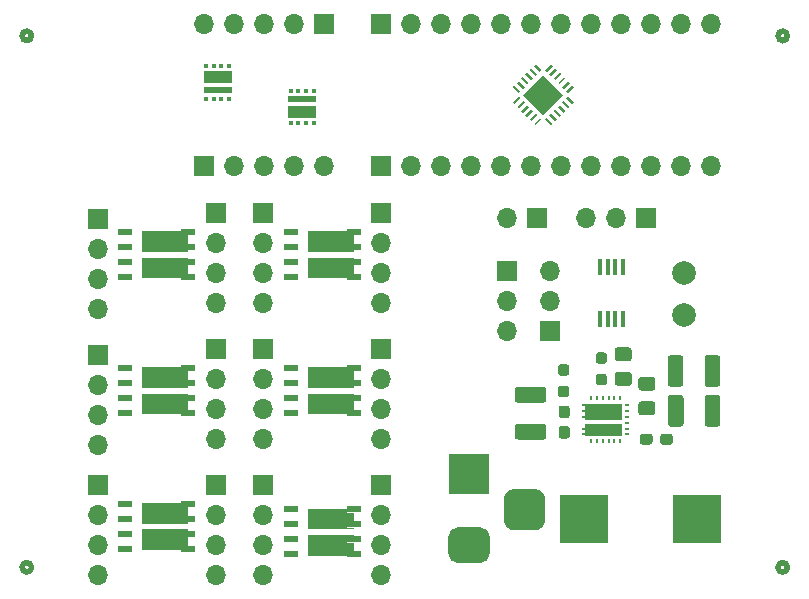
<source format=gts>
G04 #@! TF.GenerationSoftware,KiCad,Pcbnew,(5.1.6-0-10_14)*
G04 #@! TF.CreationDate,2021-10-07T11:44:50+09:00*
G04 #@! TF.ProjectId,peltier,70656c74-6965-4722-9e6b-696361645f70,rev?*
G04 #@! TF.SameCoordinates,Original*
G04 #@! TF.FileFunction,Soldermask,Top*
G04 #@! TF.FilePolarity,Negative*
%FSLAX46Y46*%
G04 Gerber Fmt 4.6, Leading zero omitted, Abs format (unit mm)*
G04 Created by KiCad (PCBNEW (5.1.6-0-10_14)) date 2021-10-07 11:44:50*
%MOMM*%
%LPD*%
G01*
G04 APERTURE LIST*
%ADD10C,0.475000*%
%ADD11C,0.100000*%
%ADD12R,0.250000X0.450000*%
%ADD13R,0.450000X0.250000*%
%ADD14O,1.700000X1.700000*%
%ADD15R,1.700000X1.700000*%
%ADD16R,0.450000X1.450000*%
%ADD17R,0.400000X1.450000*%
%ADD18R,3.500000X3.500000*%
%ADD19C,2.000000*%
%ADD20R,4.100000X4.100000*%
%ADD21R,1.270000X0.609600*%
%ADD22R,0.450000X0.450000*%
%ADD23R,2.450000X1.036000*%
%ADD24R,2.450000X0.562000*%
G04 APERTURE END LIST*
D10*
X188900000Y-66500000D02*
G75*
G03*
X188900000Y-66500000I-400000J0D01*
G01*
X188900000Y-21500000D02*
G75*
G03*
X188900000Y-21500000I-400000J0D01*
G01*
X124900000Y-66500000D02*
G75*
G03*
X124900000Y-66500000I-400000J0D01*
G01*
X124900000Y-21500000D02*
G75*
G03*
X124900000Y-21500000I-400000J0D01*
G01*
D11*
G36*
X171780000Y-55340000D02*
G01*
X171780000Y-54390000D01*
X174880000Y-54390000D01*
X174880000Y-55340000D01*
X171780000Y-55340000D01*
G37*
G36*
X171780000Y-54010000D02*
G01*
X171780000Y-52670000D01*
X174880000Y-52670000D01*
X174880000Y-54010000D01*
X171780000Y-54010000D01*
G37*
G36*
X152090800Y-62560200D02*
G01*
X151532000Y-62560200D01*
X151532000Y-63169800D01*
X152090800Y-63169800D01*
X152090800Y-63207900D01*
X148280800Y-63207900D01*
X148280800Y-61556900D01*
X151532000Y-61556900D01*
X151532000Y-61899800D01*
X152090800Y-61899800D01*
X152090800Y-62560200D01*
G37*
X152090800Y-62560200D02*
X151532000Y-62560200D01*
X151532000Y-63169800D01*
X152090800Y-63169800D01*
X152090800Y-63207900D01*
X148280800Y-63207900D01*
X148280800Y-61556900D01*
X151532000Y-61556900D01*
X151532000Y-61899800D01*
X152090800Y-61899800D01*
X152090800Y-62560200D01*
G36*
X152090800Y-64439800D02*
G01*
X151532000Y-64439800D01*
X151532000Y-63830200D01*
X152090800Y-63830200D01*
X152090800Y-63792100D01*
X148280800Y-63792100D01*
X148280800Y-65443100D01*
X151532000Y-65443100D01*
X151532000Y-65100200D01*
X152090800Y-65100200D01*
X152090800Y-64439800D01*
G37*
X152090800Y-64439800D02*
X151532000Y-64439800D01*
X151532000Y-63830200D01*
X152090800Y-63830200D01*
X152090800Y-63792100D01*
X148280800Y-63792100D01*
X148280800Y-65443100D01*
X151532000Y-65443100D01*
X151532000Y-65100200D01*
X152090800Y-65100200D01*
X152090800Y-64439800D01*
G36*
X138090800Y-63939800D02*
G01*
X137532000Y-63939800D01*
X137532000Y-63330200D01*
X138090800Y-63330200D01*
X138090800Y-63292100D01*
X134280800Y-63292100D01*
X134280800Y-64943100D01*
X137532000Y-64943100D01*
X137532000Y-64600200D01*
X138090800Y-64600200D01*
X138090800Y-63939800D01*
G37*
X138090800Y-63939800D02*
X137532000Y-63939800D01*
X137532000Y-63330200D01*
X138090800Y-63330200D01*
X138090800Y-63292100D01*
X134280800Y-63292100D01*
X134280800Y-64943100D01*
X137532000Y-64943100D01*
X137532000Y-64600200D01*
X138090800Y-64600200D01*
X138090800Y-63939800D01*
G36*
X138090800Y-62060200D02*
G01*
X137532000Y-62060200D01*
X137532000Y-62669800D01*
X138090800Y-62669800D01*
X138090800Y-62707900D01*
X134280800Y-62707900D01*
X134280800Y-61056900D01*
X137532000Y-61056900D01*
X137532000Y-61399800D01*
X138090800Y-61399800D01*
X138090800Y-62060200D01*
G37*
X138090800Y-62060200D02*
X137532000Y-62060200D01*
X137532000Y-62669800D01*
X138090800Y-62669800D01*
X138090800Y-62707900D01*
X134280800Y-62707900D01*
X134280800Y-61056900D01*
X137532000Y-61056900D01*
X137532000Y-61399800D01*
X138090800Y-61399800D01*
X138090800Y-62060200D01*
G36*
X152090800Y-50560200D02*
G01*
X151532000Y-50560200D01*
X151532000Y-51169800D01*
X152090800Y-51169800D01*
X152090800Y-51207900D01*
X148280800Y-51207900D01*
X148280800Y-49556900D01*
X151532000Y-49556900D01*
X151532000Y-49899800D01*
X152090800Y-49899800D01*
X152090800Y-50560200D01*
G37*
X152090800Y-50560200D02*
X151532000Y-50560200D01*
X151532000Y-51169800D01*
X152090800Y-51169800D01*
X152090800Y-51207900D01*
X148280800Y-51207900D01*
X148280800Y-49556900D01*
X151532000Y-49556900D01*
X151532000Y-49899800D01*
X152090800Y-49899800D01*
X152090800Y-50560200D01*
G36*
X152090800Y-52439800D02*
G01*
X151532000Y-52439800D01*
X151532000Y-51830200D01*
X152090800Y-51830200D01*
X152090800Y-51792100D01*
X148280800Y-51792100D01*
X148280800Y-53443100D01*
X151532000Y-53443100D01*
X151532000Y-53100200D01*
X152090800Y-53100200D01*
X152090800Y-52439800D01*
G37*
X152090800Y-52439800D02*
X151532000Y-52439800D01*
X151532000Y-51830200D01*
X152090800Y-51830200D01*
X152090800Y-51792100D01*
X148280800Y-51792100D01*
X148280800Y-53443100D01*
X151532000Y-53443100D01*
X151532000Y-53100200D01*
X152090800Y-53100200D01*
X152090800Y-52439800D01*
G36*
X152090800Y-40939800D02*
G01*
X151532000Y-40939800D01*
X151532000Y-40330200D01*
X152090800Y-40330200D01*
X152090800Y-40292100D01*
X148280800Y-40292100D01*
X148280800Y-41943100D01*
X151532000Y-41943100D01*
X151532000Y-41600200D01*
X152090800Y-41600200D01*
X152090800Y-40939800D01*
G37*
X152090800Y-40939800D02*
X151532000Y-40939800D01*
X151532000Y-40330200D01*
X152090800Y-40330200D01*
X152090800Y-40292100D01*
X148280800Y-40292100D01*
X148280800Y-41943100D01*
X151532000Y-41943100D01*
X151532000Y-41600200D01*
X152090800Y-41600200D01*
X152090800Y-40939800D01*
G36*
X152090800Y-39060200D02*
G01*
X151532000Y-39060200D01*
X151532000Y-39669800D01*
X152090800Y-39669800D01*
X152090800Y-39707900D01*
X148280800Y-39707900D01*
X148280800Y-38056900D01*
X151532000Y-38056900D01*
X151532000Y-38399800D01*
X152090800Y-38399800D01*
X152090800Y-39060200D01*
G37*
X152090800Y-39060200D02*
X151532000Y-39060200D01*
X151532000Y-39669800D01*
X152090800Y-39669800D01*
X152090800Y-39707900D01*
X148280800Y-39707900D01*
X148280800Y-38056900D01*
X151532000Y-38056900D01*
X151532000Y-38399800D01*
X152090800Y-38399800D01*
X152090800Y-39060200D01*
G36*
X169925051Y-26475954D02*
G01*
X168227995Y-28173010D01*
X166530939Y-26475954D01*
X168227995Y-24778898D01*
X169925051Y-26475954D01*
G37*
G36*
X138090800Y-39060200D02*
G01*
X137532000Y-39060200D01*
X137532000Y-39669800D01*
X138090800Y-39669800D01*
X138090800Y-39707900D01*
X134280800Y-39707900D01*
X134280800Y-38056900D01*
X137532000Y-38056900D01*
X137532000Y-38399800D01*
X138090800Y-38399800D01*
X138090800Y-39060200D01*
G37*
X138090800Y-39060200D02*
X137532000Y-39060200D01*
X137532000Y-39669800D01*
X138090800Y-39669800D01*
X138090800Y-39707900D01*
X134280800Y-39707900D01*
X134280800Y-38056900D01*
X137532000Y-38056900D01*
X137532000Y-38399800D01*
X138090800Y-38399800D01*
X138090800Y-39060200D01*
G36*
X138090800Y-40939800D02*
G01*
X137532000Y-40939800D01*
X137532000Y-40330200D01*
X138090800Y-40330200D01*
X138090800Y-40292100D01*
X134280800Y-40292100D01*
X134280800Y-41943100D01*
X137532000Y-41943100D01*
X137532000Y-41600200D01*
X138090800Y-41600200D01*
X138090800Y-40939800D01*
G37*
X138090800Y-40939800D02*
X137532000Y-40939800D01*
X137532000Y-40330200D01*
X138090800Y-40330200D01*
X138090800Y-40292100D01*
X134280800Y-40292100D01*
X134280800Y-41943100D01*
X137532000Y-41943100D01*
X137532000Y-41600200D01*
X138090800Y-41600200D01*
X138090800Y-40939800D01*
G36*
X138090800Y-52439800D02*
G01*
X137532000Y-52439800D01*
X137532000Y-51830200D01*
X138090800Y-51830200D01*
X138090800Y-51792100D01*
X134280800Y-51792100D01*
X134280800Y-53443100D01*
X137532000Y-53443100D01*
X137532000Y-53100200D01*
X138090800Y-53100200D01*
X138090800Y-52439800D01*
G37*
X138090800Y-52439800D02*
X137532000Y-52439800D01*
X137532000Y-51830200D01*
X138090800Y-51830200D01*
X138090800Y-51792100D01*
X134280800Y-51792100D01*
X134280800Y-53443100D01*
X137532000Y-53443100D01*
X137532000Y-53100200D01*
X138090800Y-53100200D01*
X138090800Y-52439800D01*
G36*
X138090800Y-50560200D02*
G01*
X137532000Y-50560200D01*
X137532000Y-51169800D01*
X138090800Y-51169800D01*
X138090800Y-51207900D01*
X134280800Y-51207900D01*
X134280800Y-49556900D01*
X137532000Y-49556900D01*
X137532000Y-49899800D01*
X138090800Y-49899800D01*
X138090800Y-50560200D01*
G37*
X138090800Y-50560200D02*
X137532000Y-50560200D01*
X137532000Y-51169800D01*
X138090800Y-51169800D01*
X138090800Y-51207900D01*
X134280800Y-51207900D01*
X134280800Y-49556900D01*
X137532000Y-49556900D01*
X137532000Y-49899800D01*
X138090800Y-49899800D01*
X138090800Y-50560200D01*
D12*
X174750000Y-52180000D03*
X174250000Y-52180000D03*
X173750000Y-52180000D03*
X173250000Y-52180000D03*
X172750000Y-52180000D03*
X172250000Y-52180000D03*
D13*
X171680000Y-52750000D03*
X171680000Y-53250000D03*
X171680000Y-53750000D03*
X171680000Y-54750000D03*
X171680000Y-55250000D03*
D12*
X172250000Y-55820000D03*
X172750000Y-55820000D03*
X173250000Y-55820000D03*
X173750000Y-55820000D03*
X174250000Y-55820000D03*
X174750000Y-55820000D03*
D13*
X175320000Y-55250000D03*
X175320000Y-54750000D03*
X175320000Y-54250000D03*
X175320000Y-53750000D03*
X175320000Y-53250000D03*
X175320000Y-52750000D03*
G36*
G01*
X177475000Y-53625000D02*
X176525000Y-53625000D01*
G75*
G02*
X176275000Y-53375000I0J250000D01*
G01*
X176275000Y-52700000D01*
G75*
G02*
X176525000Y-52450000I250000J0D01*
G01*
X177475000Y-52450000D01*
G75*
G02*
X177725000Y-52700000I0J-250000D01*
G01*
X177725000Y-53375000D01*
G75*
G02*
X177475000Y-53625000I-250000J0D01*
G01*
G37*
G36*
G01*
X177475000Y-51550000D02*
X176525000Y-51550000D01*
G75*
G02*
X176275000Y-51300000I0J250000D01*
G01*
X176275000Y-50625000D01*
G75*
G02*
X176525000Y-50375000I250000J0D01*
G01*
X177475000Y-50375000D01*
G75*
G02*
X177725000Y-50625000I0J-250000D01*
G01*
X177725000Y-51300000D01*
G75*
G02*
X177475000Y-51550000I-250000J0D01*
G01*
G37*
G36*
G01*
X175475000Y-51125000D02*
X174525000Y-51125000D01*
G75*
G02*
X174275000Y-50875000I0J250000D01*
G01*
X174275000Y-50200000D01*
G75*
G02*
X174525000Y-49950000I250000J0D01*
G01*
X175475000Y-49950000D01*
G75*
G02*
X175725000Y-50200000I0J-250000D01*
G01*
X175725000Y-50875000D01*
G75*
G02*
X175475000Y-51125000I-250000J0D01*
G01*
G37*
G36*
G01*
X175475000Y-49050000D02*
X174525000Y-49050000D01*
G75*
G02*
X174275000Y-48800000I0J250000D01*
G01*
X174275000Y-48125000D01*
G75*
G02*
X174525000Y-47875000I250000J0D01*
G01*
X175475000Y-47875000D01*
G75*
G02*
X175725000Y-48125000I0J-250000D01*
G01*
X175725000Y-48800000D01*
G75*
G02*
X175475000Y-49050000I-250000J0D01*
G01*
G37*
G36*
G01*
X177475000Y-55412500D02*
X177475000Y-55887500D01*
G75*
G02*
X177237500Y-56125000I-237500J0D01*
G01*
X176637500Y-56125000D01*
G75*
G02*
X176400000Y-55887500I0J237500D01*
G01*
X176400000Y-55412500D01*
G75*
G02*
X176637500Y-55175000I237500J0D01*
G01*
X177237500Y-55175000D01*
G75*
G02*
X177475000Y-55412500I0J-237500D01*
G01*
G37*
G36*
G01*
X179200000Y-55412500D02*
X179200000Y-55887500D01*
G75*
G02*
X178962500Y-56125000I-237500J0D01*
G01*
X178362500Y-56125000D01*
G75*
G02*
X178125000Y-55887500I0J237500D01*
G01*
X178125000Y-55412500D01*
G75*
G02*
X178362500Y-55175000I237500J0D01*
G01*
X178962500Y-55175000D01*
G75*
G02*
X179200000Y-55412500I0J-237500D01*
G01*
G37*
G36*
G01*
X169762500Y-52800000D02*
X170237500Y-52800000D01*
G75*
G02*
X170475000Y-53037500I0J-237500D01*
G01*
X170475000Y-53637500D01*
G75*
G02*
X170237500Y-53875000I-237500J0D01*
G01*
X169762500Y-53875000D01*
G75*
G02*
X169525000Y-53637500I0J237500D01*
G01*
X169525000Y-53037500D01*
G75*
G02*
X169762500Y-52800000I237500J0D01*
G01*
G37*
G36*
G01*
X169762500Y-54525000D02*
X170237500Y-54525000D01*
G75*
G02*
X170475000Y-54762500I0J-237500D01*
G01*
X170475000Y-55362500D01*
G75*
G02*
X170237500Y-55600000I-237500J0D01*
G01*
X169762500Y-55600000D01*
G75*
G02*
X169525000Y-55362500I0J237500D01*
G01*
X169525000Y-54762500D01*
G75*
G02*
X169762500Y-54525000I237500J0D01*
G01*
G37*
D14*
X165135000Y-36950000D03*
D15*
X167675000Y-36950000D03*
D14*
X168800000Y-41420000D03*
X168800000Y-43960000D03*
D15*
X168800000Y-46500000D03*
X165150000Y-41450000D03*
D14*
X165150000Y-43990000D03*
X165150000Y-46530000D03*
X171870000Y-36950000D03*
X174410000Y-36950000D03*
D15*
X176950000Y-36950000D03*
G36*
G01*
X170187500Y-52100000D02*
X169712500Y-52100000D01*
G75*
G02*
X169475000Y-51862500I0J237500D01*
G01*
X169475000Y-51362500D01*
G75*
G02*
X169712500Y-51125000I237500J0D01*
G01*
X170187500Y-51125000D01*
G75*
G02*
X170425000Y-51362500I0J-237500D01*
G01*
X170425000Y-51862500D01*
G75*
G02*
X170187500Y-52100000I-237500J0D01*
G01*
G37*
G36*
G01*
X170187500Y-50275000D02*
X169712500Y-50275000D01*
G75*
G02*
X169475000Y-50037500I0J237500D01*
G01*
X169475000Y-49537500D01*
G75*
G02*
X169712500Y-49300000I237500J0D01*
G01*
X170187500Y-49300000D01*
G75*
G02*
X170425000Y-49537500I0J-237500D01*
G01*
X170425000Y-50037500D01*
G75*
G02*
X170187500Y-50275000I-237500J0D01*
G01*
G37*
G36*
G01*
X173387500Y-49275000D02*
X172912500Y-49275000D01*
G75*
G02*
X172675000Y-49037500I0J237500D01*
G01*
X172675000Y-48537500D01*
G75*
G02*
X172912500Y-48300000I237500J0D01*
G01*
X173387500Y-48300000D01*
G75*
G02*
X173625000Y-48537500I0J-237500D01*
G01*
X173625000Y-49037500D01*
G75*
G02*
X173387500Y-49275000I-237500J0D01*
G01*
G37*
G36*
G01*
X173387500Y-51100000D02*
X172912500Y-51100000D01*
G75*
G02*
X172675000Y-50862500I0J237500D01*
G01*
X172675000Y-50362500D01*
G75*
G02*
X172912500Y-50125000I237500J0D01*
G01*
X173387500Y-50125000D01*
G75*
G02*
X173625000Y-50362500I0J-237500D01*
G01*
X173625000Y-50862500D01*
G75*
G02*
X173387500Y-51100000I-237500J0D01*
G01*
G37*
D16*
X175000000Y-45500000D03*
D17*
X174325000Y-45500000D03*
X173675000Y-45500000D03*
D16*
X173000000Y-45500000D03*
X173000000Y-41100000D03*
D17*
X173675000Y-41100000D03*
X174325000Y-41100000D03*
D16*
X175000000Y-41100000D03*
D18*
X161940000Y-58620000D03*
G36*
G01*
X162940000Y-66120000D02*
X160940000Y-66120000D01*
G75*
G02*
X160190000Y-65370000I0J750000D01*
G01*
X160190000Y-63870000D01*
G75*
G02*
X160940000Y-63120000I750000J0D01*
G01*
X162940000Y-63120000D01*
G75*
G02*
X163690000Y-63870000I0J-750000D01*
G01*
X163690000Y-65370000D01*
G75*
G02*
X162940000Y-66120000I-750000J0D01*
G01*
G37*
G36*
G01*
X167515000Y-63370000D02*
X165765000Y-63370000D01*
G75*
G02*
X164890000Y-62495000I0J875000D01*
G01*
X164890000Y-60745000D01*
G75*
G02*
X165765000Y-59870000I875000J0D01*
G01*
X167515000Y-59870000D01*
G75*
G02*
X168390000Y-60745000I0J-875000D01*
G01*
X168390000Y-62495000D01*
G75*
G02*
X167515000Y-63370000I-875000J0D01*
G01*
G37*
G36*
G01*
X166049999Y-51225000D02*
X168250001Y-51225000D01*
G75*
G02*
X168500000Y-51474999I0J-249999D01*
G01*
X168500000Y-52300001D01*
G75*
G02*
X168250001Y-52550000I-249999J0D01*
G01*
X166049999Y-52550000D01*
G75*
G02*
X165800000Y-52300001I0J249999D01*
G01*
X165800000Y-51474999D01*
G75*
G02*
X166049999Y-51225000I249999J0D01*
G01*
G37*
G36*
G01*
X166049999Y-54350000D02*
X168250001Y-54350000D01*
G75*
G02*
X168500000Y-54599999I0J-249999D01*
G01*
X168500000Y-55425001D01*
G75*
G02*
X168250001Y-55675000I-249999J0D01*
G01*
X166049999Y-55675000D01*
G75*
G02*
X165800000Y-55425001I0J249999D01*
G01*
X165800000Y-54599999D01*
G75*
G02*
X166049999Y-54350000I249999J0D01*
G01*
G37*
G36*
G01*
X183225000Y-52149999D02*
X183225000Y-54350001D01*
G75*
G02*
X182975001Y-54600000I-249999J0D01*
G01*
X182149999Y-54600000D01*
G75*
G02*
X181900000Y-54350001I0J249999D01*
G01*
X181900000Y-52149999D01*
G75*
G02*
X182149999Y-51900000I249999J0D01*
G01*
X182975001Y-51900000D01*
G75*
G02*
X183225000Y-52149999I0J-249999D01*
G01*
G37*
G36*
G01*
X180100000Y-52149999D02*
X180100000Y-54350001D01*
G75*
G02*
X179850001Y-54600000I-249999J0D01*
G01*
X179024999Y-54600000D01*
G75*
G02*
X178775000Y-54350001I0J249999D01*
G01*
X178775000Y-52149999D01*
G75*
G02*
X179024999Y-51900000I249999J0D01*
G01*
X179850001Y-51900000D01*
G75*
G02*
X180100000Y-52149999I0J-249999D01*
G01*
G37*
G36*
G01*
X180084999Y-48774998D02*
X180084999Y-50975000D01*
G75*
G02*
X179835000Y-51224999I-249999J0D01*
G01*
X179009998Y-51224999D01*
G75*
G02*
X178759999Y-50975000I0J249999D01*
G01*
X178759999Y-48774998D01*
G75*
G02*
X179009998Y-48524999I249999J0D01*
G01*
X179835000Y-48524999D01*
G75*
G02*
X180084999Y-48774998I0J-249999D01*
G01*
G37*
G36*
G01*
X183209999Y-48774998D02*
X183209999Y-50975000D01*
G75*
G02*
X182960000Y-51224999I-249999J0D01*
G01*
X182134998Y-51224999D01*
G75*
G02*
X181884999Y-50975000I0J249999D01*
G01*
X181884999Y-48774998D01*
G75*
G02*
X182134998Y-48524999I249999J0D01*
G01*
X182960000Y-48524999D01*
G75*
G02*
X183209999Y-48774998I0J-249999D01*
G01*
G37*
D19*
X180150000Y-45100000D03*
X180150000Y-41600000D03*
D20*
X171710000Y-62370000D03*
X181210000Y-62370000D03*
D21*
X152167000Y-61595000D03*
X152167000Y-62865000D03*
X152167000Y-64135000D03*
X152167000Y-65405000D03*
X146833000Y-65405000D03*
X146833000Y-64135000D03*
X146833000Y-62865000D03*
X146833000Y-61595000D03*
D22*
X139675000Y-26826000D03*
X140325000Y-26826000D03*
X140975000Y-26826000D03*
X141625000Y-26826000D03*
X141625000Y-24054000D03*
X140975000Y-24054000D03*
X140325000Y-24054000D03*
X139675000Y-24054000D03*
D23*
X140650000Y-25006000D03*
D24*
X140650000Y-26111000D03*
D21*
X132833000Y-61095000D03*
X132833000Y-62365000D03*
X132833000Y-63635000D03*
X132833000Y-64905000D03*
X138167000Y-64905000D03*
X138167000Y-63635000D03*
X138167000Y-62365000D03*
X138167000Y-61095000D03*
X152167000Y-49595000D03*
X152167000Y-50865000D03*
X152167000Y-52135000D03*
X152167000Y-53405000D03*
X146833000Y-53405000D03*
X146833000Y-52135000D03*
X146833000Y-50865000D03*
X146833000Y-49595000D03*
X146833000Y-38095000D03*
X146833000Y-39365000D03*
X146833000Y-40635000D03*
X146833000Y-41905000D03*
X152167000Y-41905000D03*
X152167000Y-40635000D03*
X152167000Y-39365000D03*
X152167000Y-38095000D03*
D11*
G36*
X166135595Y-26323289D02*
G01*
X165632701Y-25820395D01*
X165776385Y-25676711D01*
X166279279Y-26179605D01*
X166135595Y-26323289D01*
G37*
G36*
X166494805Y-25964079D02*
G01*
X165991911Y-25461185D01*
X166135595Y-25317501D01*
X166638489Y-25820395D01*
X166494805Y-25964079D01*
G37*
G36*
X166854016Y-25604869D02*
G01*
X166351122Y-25101975D01*
X166494806Y-24958291D01*
X166997700Y-25461185D01*
X166854016Y-25604869D01*
G37*
G36*
X167213226Y-25245659D02*
G01*
X166710332Y-24742765D01*
X166854016Y-24599081D01*
X167356910Y-25101975D01*
X167213226Y-25245659D01*
G37*
G36*
X167572436Y-24886448D02*
G01*
X167069542Y-24383554D01*
X167213226Y-24239870D01*
X167716120Y-24742764D01*
X167572436Y-24886448D01*
G37*
G36*
X167931646Y-24527238D02*
G01*
X167428752Y-24024344D01*
X167572436Y-23880660D01*
X168075330Y-24383554D01*
X167931646Y-24527238D01*
G37*
G36*
X169027238Y-24024344D02*
G01*
X168524344Y-24527238D01*
X168380660Y-24383554D01*
X168883554Y-23880660D01*
X169027238Y-24024344D01*
G37*
G36*
X169386448Y-24383554D02*
G01*
X168883554Y-24886448D01*
X168739870Y-24742764D01*
X169242764Y-24239870D01*
X169386448Y-24383554D01*
G37*
G36*
X169745658Y-24742765D02*
G01*
X169242764Y-25245659D01*
X169099080Y-25101975D01*
X169601974Y-24599081D01*
X169745658Y-24742765D01*
G37*
G36*
X170104868Y-25101975D02*
G01*
X169601974Y-25604869D01*
X169458290Y-25461185D01*
X169961184Y-24958291D01*
X170104868Y-25101975D01*
G37*
G36*
X170464079Y-25461185D02*
G01*
X169961185Y-25964079D01*
X169817501Y-25820395D01*
X170320395Y-25317501D01*
X170464079Y-25461185D01*
G37*
G36*
X170823289Y-25820395D02*
G01*
X170320395Y-26323289D01*
X170176711Y-26179605D01*
X170679605Y-25676711D01*
X170823289Y-25820395D01*
G37*
G36*
X170679605Y-27275197D02*
G01*
X170176711Y-26772303D01*
X170320395Y-26628619D01*
X170823289Y-27131513D01*
X170679605Y-27275197D01*
G37*
G36*
X170320395Y-27634407D02*
G01*
X169817501Y-27131513D01*
X169961185Y-26987829D01*
X170464079Y-27490723D01*
X170320395Y-27634407D01*
G37*
G36*
X169961184Y-27993617D02*
G01*
X169458290Y-27490723D01*
X169601974Y-27347039D01*
X170104868Y-27849933D01*
X169961184Y-27993617D01*
G37*
G36*
X169601974Y-28352827D02*
G01*
X169099080Y-27849933D01*
X169242764Y-27706249D01*
X169745658Y-28209143D01*
X169601974Y-28352827D01*
G37*
G36*
X169242764Y-28712038D02*
G01*
X168739870Y-28209144D01*
X168883554Y-28065460D01*
X169386448Y-28568354D01*
X169242764Y-28712038D01*
G37*
G36*
X168883554Y-29071248D02*
G01*
X168380660Y-28568354D01*
X168524344Y-28424670D01*
X169027238Y-28927564D01*
X168883554Y-29071248D01*
G37*
G36*
X168075330Y-28568354D02*
G01*
X167572436Y-29071248D01*
X167428752Y-28927564D01*
X167931646Y-28424670D01*
X168075330Y-28568354D01*
G37*
G36*
X167716120Y-28209144D02*
G01*
X167213226Y-28712038D01*
X167069542Y-28568354D01*
X167572436Y-28065460D01*
X167716120Y-28209144D01*
G37*
G36*
X167356910Y-27849933D02*
G01*
X166854016Y-28352827D01*
X166710332Y-28209143D01*
X167213226Y-27706249D01*
X167356910Y-27849933D01*
G37*
G36*
X166997700Y-27490723D02*
G01*
X166494806Y-27993617D01*
X166351122Y-27849933D01*
X166854016Y-27347039D01*
X166997700Y-27490723D01*
G37*
G36*
X166638489Y-27131513D02*
G01*
X166135595Y-27634407D01*
X165991911Y-27490723D01*
X166494805Y-26987829D01*
X166638489Y-27131513D01*
G37*
G36*
X166279279Y-26772303D02*
G01*
X165776385Y-27275197D01*
X165632701Y-27131513D01*
X166135595Y-26628619D01*
X166279279Y-26772303D01*
G37*
G36*
X168227995Y-26829507D02*
G01*
X167874442Y-26475954D01*
X168227995Y-26122401D01*
X168581548Y-26475954D01*
X168227995Y-26829507D01*
G37*
D15*
X144500000Y-59500000D03*
D14*
X144500000Y-62040000D03*
X144500000Y-64580000D03*
X144500000Y-67120000D03*
X130500000Y-67120000D03*
X130500000Y-64580000D03*
X130500000Y-62040000D03*
D15*
X130500000Y-59500000D03*
D14*
X154500000Y-67120000D03*
X154500000Y-64580000D03*
X154500000Y-62040000D03*
D15*
X154500000Y-59500000D03*
X140500000Y-59500000D03*
D14*
X140500000Y-62040000D03*
X140500000Y-64580000D03*
X140500000Y-67120000D03*
D15*
X144500000Y-48000000D03*
D14*
X144500000Y-50540000D03*
X144500000Y-53080000D03*
X144500000Y-55620000D03*
X144500000Y-44120000D03*
X144500000Y-41580000D03*
X144500000Y-39040000D03*
D15*
X144500000Y-36500000D03*
D14*
X154500000Y-55620000D03*
X154500000Y-53080000D03*
X154500000Y-50540000D03*
D15*
X154500000Y-48000000D03*
X154500000Y-36500000D03*
D14*
X154500000Y-39040000D03*
X154500000Y-41580000D03*
X154500000Y-44120000D03*
X139500000Y-20500000D03*
X142040000Y-20500000D03*
X144580000Y-20500000D03*
X147120000Y-20500000D03*
D15*
X149660000Y-20500000D03*
X154500000Y-32500000D03*
D14*
X157040000Y-32500000D03*
X159580000Y-32500000D03*
X162120000Y-32500000D03*
X164660000Y-32500000D03*
X167200000Y-32500000D03*
X169740000Y-32500000D03*
X172280000Y-32500000D03*
X174820000Y-32500000D03*
X177360000Y-32500000D03*
X179900000Y-32500000D03*
X182440000Y-32500000D03*
X182440000Y-20500000D03*
X179900000Y-20500000D03*
X177360000Y-20500000D03*
X174820000Y-20500000D03*
X172280000Y-20500000D03*
X169740000Y-20500000D03*
X167200000Y-20500000D03*
X164660000Y-20500000D03*
X162120000Y-20500000D03*
X159580000Y-20500000D03*
X157040000Y-20500000D03*
D15*
X154500000Y-20500000D03*
X130500000Y-37000000D03*
D14*
X130500000Y-39540000D03*
X130500000Y-42080000D03*
X130500000Y-44620000D03*
X140500000Y-44120000D03*
X140500000Y-41580000D03*
X140500000Y-39040000D03*
D15*
X140500000Y-36500000D03*
X130500000Y-48500000D03*
D14*
X130500000Y-51040000D03*
X130500000Y-53580000D03*
X130500000Y-56120000D03*
X140500000Y-55620000D03*
X140500000Y-53080000D03*
X140500000Y-50540000D03*
D15*
X140500000Y-48000000D03*
D21*
X138167000Y-38095000D03*
X138167000Y-39365000D03*
X138167000Y-40635000D03*
X138167000Y-41905000D03*
X132833000Y-41905000D03*
X132833000Y-40635000D03*
X132833000Y-39365000D03*
X132833000Y-38095000D03*
X132833000Y-49595000D03*
X132833000Y-50865000D03*
X132833000Y-52135000D03*
X132833000Y-53405000D03*
X138167000Y-53405000D03*
X138167000Y-52135000D03*
X138167000Y-50865000D03*
X138167000Y-49595000D03*
D14*
X149660000Y-32500000D03*
X147120000Y-32500000D03*
X144580000Y-32500000D03*
X142040000Y-32500000D03*
D15*
X139500000Y-32500000D03*
D22*
X148785000Y-26144000D03*
X148135000Y-26144000D03*
X147485000Y-26144000D03*
X146835000Y-26144000D03*
X146835000Y-28916000D03*
X147485000Y-28916000D03*
X148135000Y-28916000D03*
X148785000Y-28916000D03*
D23*
X147810000Y-27964000D03*
D24*
X147810000Y-26859000D03*
M02*

</source>
